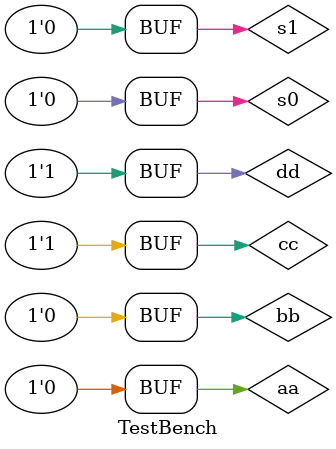
<source format=sv>
`timescale 1ns/1ns

module Not(input a, output w);
	supply1 Vdd;
	supply0 gnd;
	nmos #(3,5,7) N1(w,gnd,a);
	pmos #(4,7,9) P1(w,Vdd,a);
endmodule

module TriStateNot(input a,c, output w);
	supply1 Vdd;
	supply0 gnd;
	wire i,j,k;
	pmos #(4,7,9) P1(j,Vdd,a);
	pmos #(4,7,9) P2(w,j,i);
	pmos #(4,7,9) P3(i,Vdd,c);
	nmos #(3,5,7) N1(k,gnd,a);
	nmos #(3,5,7) N2(w,k,c);
	nmos #(3,5,7) N3(i,gnd,c);
endmodule

module MUX21(input a,b,s,e, output w);
	wire ns,j;
	Not N1(s,ns);
	TriStateNot N2(a,ns,j);
	TriStateNot N3(b,s,j);
	TriStateNot N4(j,e,w);
endmodule

module MUX41(input a,b,c,d,s1,s0, output w);
	wire ns1;
	Not N1(s1,ns1);
	MUX21 M1(a,b,s0,ns1,w);
	MUX21 M2(c,d,s0,s1,w);
endmodule

module TestBench();
	reg aa=1,bb=1,cc=0,dd=0,s1=1,s0=0;
	wire w;
	MUX41 M1(aa,bb,cc,dd,s1,s0,w);
	initial begin
	#50 s1=0;
	#100 s1=1;
	aa=0;
	bb=0;
	cc=1;
	dd=1;
	#150 s1=0;  
	end
endmodule

</source>
